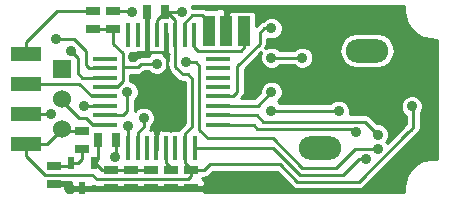
<source format=gbl>
G04 (created by PCBNEW (2013-07-07 BZR 4022)-stable) date 07/07/2014 23:54:26*
%MOIN*%
G04 Gerber Fmt 3.4, Leading zero omitted, Abs format*
%FSLAX34Y34*%
G01*
G70*
G90*
G04 APERTURE LIST*
%ADD10C,0.0019685*%
%ADD11R,0.0177X0.0787*%
%ADD12R,0.0787X0.0177*%
%ADD13R,0.0236X0.0394*%
%ADD14R,0.045X0.025*%
%ADD15R,0.06X0.06*%
%ADD16C,0.06*%
%ADD17R,0.0393701X0.102362*%
%ADD18R,0.1X0.05*%
%ADD19R,0.025X0.045*%
%ADD20O,0.141732X0.0787402*%
%ADD21C,0.035*%
%ADD22C,0.01*%
G04 APERTURE END LIST*
G54D10*
G54D11*
X79281Y-54363D03*
X78966Y-54363D03*
X78651Y-54363D03*
X78336Y-54363D03*
X78021Y-54363D03*
X77706Y-54363D03*
X77391Y-54363D03*
X77076Y-54363D03*
X77078Y-58129D03*
X79288Y-58129D03*
X78968Y-58129D03*
X78648Y-58129D03*
X78338Y-58129D03*
X78018Y-58129D03*
X77708Y-58129D03*
X77388Y-58129D03*
G54D12*
X76288Y-55147D03*
X76288Y-55461D03*
X76288Y-55777D03*
X76288Y-56091D03*
X76288Y-56407D03*
X76288Y-56721D03*
X76288Y-57037D03*
X76288Y-57351D03*
X80068Y-55149D03*
X80068Y-55459D03*
X80068Y-55779D03*
X80068Y-56089D03*
X80068Y-56399D03*
X80068Y-56719D03*
X80068Y-57039D03*
X80068Y-57359D03*
G54D13*
X75176Y-58639D03*
X75551Y-59471D03*
X75926Y-58639D03*
G54D14*
X76574Y-53558D03*
X76574Y-54158D03*
G54D15*
X74881Y-55496D03*
G54D16*
X74881Y-56496D03*
X74881Y-57496D03*
G54D17*
X79763Y-54212D03*
X80354Y-54212D03*
X80944Y-54212D03*
G54D18*
X73661Y-57996D03*
X73661Y-56996D03*
X73661Y-55996D03*
X73661Y-54996D03*
G54D14*
X75905Y-54158D03*
X75905Y-53558D03*
G54D19*
X77692Y-53582D03*
X78292Y-53582D03*
G54D14*
X76496Y-58873D03*
X76496Y-59473D03*
X79173Y-59473D03*
X79173Y-58873D03*
X77165Y-58873D03*
X77165Y-59473D03*
X77834Y-59473D03*
X77834Y-58873D03*
G54D19*
X76677Y-57874D03*
X76077Y-57874D03*
G54D14*
X78503Y-59473D03*
X78503Y-58873D03*
X74606Y-58715D03*
X74606Y-59315D03*
X75551Y-58174D03*
X75551Y-57574D03*
G54D20*
X85039Y-54881D03*
X83464Y-58110D03*
G54D21*
X86535Y-56732D03*
X77204Y-53582D03*
X78858Y-53582D03*
X76653Y-58425D03*
X84685Y-57598D03*
X85393Y-57677D03*
X79015Y-55275D03*
X78031Y-55314D03*
X85393Y-58149D03*
X75157Y-54881D03*
X85000Y-58503D03*
X75590Y-56732D03*
X74488Y-57007D03*
X77047Y-56259D03*
X74685Y-54488D03*
X77086Y-57401D03*
X77598Y-57125D03*
X81850Y-54133D03*
X81850Y-56259D03*
X84685Y-56141D03*
X86062Y-59212D03*
X86574Y-55354D03*
X85866Y-53818D03*
X82362Y-56496D03*
X82362Y-55629D03*
X82362Y-54566D03*
X81850Y-59212D03*
X82362Y-53661D03*
X80433Y-59212D03*
X75101Y-59471D03*
X77244Y-55078D03*
X81850Y-55118D03*
X82874Y-55118D03*
X84094Y-56889D03*
X81850Y-56889D03*
G54D22*
X78968Y-58129D02*
X78968Y-57645D01*
X78651Y-55157D02*
X78651Y-54363D01*
X78651Y-55423D02*
X78651Y-55157D01*
X78897Y-55669D02*
X78651Y-55423D01*
X79055Y-55669D02*
X78897Y-55669D01*
X79212Y-55826D02*
X79055Y-55669D01*
X79212Y-57401D02*
X79212Y-55826D01*
X78968Y-57645D02*
X79212Y-57401D01*
X82716Y-59251D02*
X84763Y-59251D01*
X82125Y-58661D02*
X82716Y-59251D01*
X79591Y-58873D02*
X79173Y-58873D01*
X79803Y-58661D02*
X81023Y-58661D01*
X79591Y-58873D02*
X79803Y-58661D01*
X81023Y-58661D02*
X82125Y-58661D01*
X86574Y-56771D02*
X86535Y-56732D01*
X86574Y-57440D02*
X86574Y-56771D01*
X86496Y-57519D02*
X86574Y-57440D01*
X86417Y-57598D02*
X86496Y-57519D01*
X84763Y-59251D02*
X86417Y-57598D01*
X76574Y-53558D02*
X77180Y-53558D01*
X77180Y-53558D02*
X77204Y-53582D01*
X78292Y-53582D02*
X78858Y-53582D01*
X73661Y-57996D02*
X74381Y-57996D01*
X74381Y-57996D02*
X74881Y-57496D01*
X75551Y-57574D02*
X74959Y-57574D01*
X74959Y-57574D02*
X74881Y-57496D01*
X76377Y-59173D02*
X79055Y-59173D01*
X73661Y-58385D02*
X74291Y-59015D01*
X74291Y-59015D02*
X75866Y-59015D01*
X75866Y-59015D02*
X76023Y-59173D01*
X76023Y-59173D02*
X76377Y-59173D01*
X73661Y-57996D02*
X73661Y-58385D01*
X79173Y-59055D02*
X79173Y-58873D01*
X79055Y-59173D02*
X79173Y-59055D01*
X73661Y-57996D02*
X73665Y-57996D01*
X78651Y-54363D02*
X78651Y-53848D01*
X78651Y-53848D02*
X78385Y-53582D01*
X78385Y-53582D02*
X78292Y-53582D01*
X78021Y-54363D02*
X78021Y-53852D01*
X78021Y-53852D02*
X78292Y-53582D01*
X79173Y-58873D02*
X79173Y-58818D01*
X79173Y-58818D02*
X78968Y-58614D01*
X78968Y-58614D02*
X78968Y-58129D01*
X76677Y-57874D02*
X76677Y-58400D01*
X76677Y-58400D02*
X76653Y-58425D01*
X73661Y-54996D02*
X73661Y-54606D01*
X74709Y-53558D02*
X75905Y-53558D01*
X73661Y-54606D02*
X74709Y-53558D01*
X84291Y-57480D02*
X84566Y-57480D01*
X80068Y-57359D02*
X81257Y-57359D01*
X81377Y-57480D02*
X84133Y-57480D01*
X81257Y-57359D02*
X81377Y-57480D01*
X84133Y-57480D02*
X84291Y-57480D01*
X84566Y-57480D02*
X84685Y-57598D01*
X84960Y-57244D02*
X85393Y-57677D01*
X80068Y-57039D02*
X81370Y-57039D01*
X81574Y-57244D02*
X84409Y-57244D01*
X81370Y-57039D02*
X81574Y-57244D01*
X84409Y-57244D02*
X84960Y-57244D01*
X76288Y-57351D02*
X75895Y-57351D01*
X75433Y-57125D02*
X74803Y-56496D01*
X75669Y-57125D02*
X75433Y-57125D01*
X75895Y-57351D02*
X75669Y-57125D01*
X81732Y-57795D02*
X81889Y-57795D01*
X78031Y-55314D02*
X77519Y-55314D01*
X79724Y-57795D02*
X80314Y-57795D01*
X79448Y-57519D02*
X79724Y-57795D01*
X79448Y-55393D02*
X79448Y-57519D01*
X79330Y-55275D02*
X79448Y-55393D01*
X79015Y-55275D02*
X79330Y-55275D01*
X76889Y-55433D02*
X77401Y-55433D01*
X77519Y-55314D02*
X77401Y-55433D01*
X80314Y-57795D02*
X81732Y-57795D01*
X84645Y-58149D02*
X85393Y-58149D01*
X84015Y-58779D02*
X84645Y-58149D01*
X82874Y-58779D02*
X84015Y-58779D01*
X81889Y-57795D02*
X82874Y-58779D01*
X75905Y-54158D02*
X76574Y-54158D01*
X76574Y-54158D02*
X76574Y-54527D01*
X76574Y-54527D02*
X76574Y-54645D01*
X76574Y-54645D02*
X76889Y-54960D01*
X76889Y-54960D02*
X76889Y-55433D01*
X76703Y-56091D02*
X76288Y-56091D01*
X76889Y-55905D02*
X76703Y-56091D01*
X76889Y-55433D02*
X76889Y-55905D01*
X76288Y-55777D02*
X75541Y-55777D01*
X75393Y-55118D02*
X75157Y-54881D01*
X75393Y-55629D02*
X75393Y-55118D01*
X75541Y-55777D02*
X75393Y-55629D01*
X84763Y-58503D02*
X85000Y-58503D01*
X84251Y-59015D02*
X84763Y-58503D01*
X81909Y-58129D02*
X82795Y-59015D01*
X81909Y-58129D02*
X81653Y-58129D01*
X82795Y-59015D02*
X84251Y-59015D01*
X81436Y-58129D02*
X81653Y-58129D01*
X79288Y-58129D02*
X81436Y-58129D01*
X81653Y-58129D02*
X81673Y-58129D01*
X76288Y-56407D02*
X75856Y-56407D01*
X75444Y-55996D02*
X73661Y-55996D01*
X75856Y-56407D02*
X75444Y-55996D01*
X73661Y-56996D02*
X74476Y-56996D01*
X75600Y-56721D02*
X76288Y-56721D01*
X75590Y-56732D02*
X75600Y-56721D01*
X74476Y-56996D02*
X74488Y-57007D01*
X73228Y-56996D02*
X74003Y-56996D01*
X74003Y-56996D02*
X74015Y-57007D01*
X76899Y-57037D02*
X76288Y-57037D01*
X77047Y-56889D02*
X76899Y-57037D01*
X77047Y-56259D02*
X77047Y-56889D01*
X74685Y-54488D02*
X75275Y-54488D01*
X75275Y-54488D02*
X75669Y-54881D01*
X75669Y-54881D02*
X75669Y-55354D01*
X75669Y-55354D02*
X75776Y-55461D01*
X76288Y-55461D02*
X75776Y-55461D01*
X77078Y-57409D02*
X77078Y-58129D01*
X77086Y-57401D02*
X77078Y-57409D01*
X77598Y-57125D02*
X77598Y-57401D01*
X77388Y-57611D02*
X77388Y-58129D01*
X77598Y-57401D02*
X77388Y-57611D01*
X80068Y-56399D02*
X80568Y-56399D01*
X81614Y-54133D02*
X81850Y-54133D01*
X81456Y-54291D02*
X81614Y-54133D01*
X81456Y-54645D02*
X81456Y-54291D01*
X80708Y-55393D02*
X81456Y-54645D01*
X80708Y-56259D02*
X80708Y-55393D01*
X80568Y-56399D02*
X80708Y-56259D01*
X81390Y-56719D02*
X80068Y-56719D01*
X81850Y-56259D02*
X81390Y-56719D01*
X86574Y-55511D02*
X85944Y-56141D01*
X84685Y-56141D02*
X85944Y-56141D01*
X86574Y-55511D02*
X86574Y-55354D01*
X86574Y-55354D02*
X87007Y-55787D01*
X84842Y-53661D02*
X85708Y-53661D01*
X82362Y-53661D02*
X84842Y-53661D01*
X85708Y-53661D02*
X85866Y-53818D01*
X86062Y-58858D02*
X86062Y-59212D01*
X87047Y-57874D02*
X86062Y-58858D01*
X87047Y-55826D02*
X87047Y-57874D01*
X87007Y-55787D02*
X87047Y-55826D01*
X82362Y-56574D02*
X82362Y-56496D01*
X82086Y-53543D02*
X82244Y-53543D01*
X80354Y-53700D02*
X80511Y-53543D01*
X80511Y-53543D02*
X82086Y-53543D01*
X80354Y-54212D02*
X80354Y-53700D01*
X82244Y-53543D02*
X82362Y-53661D01*
X79173Y-59473D02*
X79542Y-59473D01*
X79803Y-59212D02*
X80433Y-59212D01*
X79542Y-59473D02*
X79803Y-59212D01*
X75118Y-59471D02*
X75101Y-59471D01*
X74606Y-59315D02*
X74945Y-59315D01*
X75118Y-59471D02*
X75551Y-59471D01*
X74945Y-59315D02*
X75101Y-59471D01*
X75551Y-59471D02*
X75553Y-59473D01*
X75553Y-59473D02*
X76496Y-59473D01*
X77706Y-54363D02*
X77706Y-53597D01*
X77706Y-53597D02*
X77692Y-53582D01*
X76496Y-59473D02*
X77165Y-59473D01*
X77165Y-59473D02*
X77834Y-59473D01*
X77765Y-54911D02*
X77411Y-54911D01*
X77411Y-54911D02*
X77244Y-55078D01*
X78336Y-54911D02*
X77765Y-54911D01*
X77716Y-54373D02*
X77706Y-54363D01*
X77716Y-54862D02*
X77716Y-54373D01*
X77765Y-54911D02*
X77716Y-54862D01*
X78018Y-58129D02*
X78018Y-57492D01*
X78336Y-54911D02*
X78336Y-54363D01*
X78385Y-54960D02*
X78336Y-54911D01*
X78385Y-57125D02*
X78385Y-54960D01*
X78018Y-57492D02*
X78385Y-57125D01*
X78503Y-59473D02*
X79173Y-59473D01*
X77834Y-59473D02*
X78503Y-59473D01*
X79763Y-54212D02*
X79763Y-53937D01*
X78966Y-53946D02*
X78966Y-54363D01*
X79212Y-53700D02*
X78966Y-53946D01*
X79527Y-53700D02*
X79212Y-53700D01*
X79763Y-53937D02*
X79527Y-53700D01*
X76077Y-57874D02*
X76077Y-58487D01*
X76077Y-58487D02*
X75926Y-58639D01*
X75926Y-58639D02*
X75961Y-58639D01*
X76196Y-58873D02*
X76496Y-58873D01*
X75961Y-58639D02*
X76196Y-58873D01*
X77165Y-58873D02*
X76496Y-58873D01*
X77834Y-58873D02*
X77165Y-58873D01*
X75176Y-58639D02*
X75416Y-58639D01*
X75551Y-58503D02*
X75551Y-58174D01*
X75416Y-58639D02*
X75551Y-58503D01*
X74606Y-58715D02*
X75099Y-58715D01*
X75099Y-58715D02*
X75176Y-58639D01*
X78503Y-58873D02*
X78503Y-58779D01*
X78338Y-58614D02*
X78338Y-58129D01*
X78503Y-58779D02*
X78338Y-58614D01*
X80944Y-54212D02*
X80944Y-54763D01*
X79281Y-54754D02*
X79281Y-54363D01*
X79409Y-54881D02*
X79281Y-54754D01*
X80826Y-54881D02*
X79409Y-54881D01*
X80944Y-54763D02*
X80826Y-54881D01*
X82874Y-55118D02*
X81850Y-55118D01*
X81850Y-56889D02*
X84094Y-56889D01*
G54D10*
G36*
X77813Y-55007D02*
X77808Y-55007D01*
X77751Y-55064D01*
X77519Y-55064D01*
X77424Y-55083D01*
X77342Y-55138D01*
X77298Y-55183D01*
X77139Y-55183D01*
X77139Y-54960D01*
X77139Y-54960D01*
X77139Y-54960D01*
X77139Y-54957D01*
X77205Y-54957D01*
X77234Y-54945D01*
X77263Y-54957D01*
X77343Y-54957D01*
X77464Y-54957D01*
X77476Y-54969D01*
X77568Y-55007D01*
X77600Y-55007D01*
X77662Y-54944D01*
X77662Y-54839D01*
X77680Y-54797D01*
X77680Y-54717D01*
X77680Y-53930D01*
X77662Y-53887D01*
X77662Y-53782D01*
X77642Y-53762D01*
X77642Y-53720D01*
X77600Y-53720D01*
X77600Y-53720D01*
X77642Y-53720D01*
X77642Y-53632D01*
X77634Y-53632D01*
X77634Y-53532D01*
X77642Y-53532D01*
X77642Y-53524D01*
X77742Y-53524D01*
X77742Y-53532D01*
X77750Y-53532D01*
X77750Y-53632D01*
X77742Y-53632D01*
X77742Y-53909D01*
X77733Y-53930D01*
X77733Y-54009D01*
X77733Y-54796D01*
X77751Y-54839D01*
X77751Y-54944D01*
X77811Y-55004D01*
X77808Y-55007D01*
X77813Y-55007D01*
X77813Y-55007D01*
X77813Y-55007D01*
G37*
G54D22*
X77813Y-55007D02*
X77808Y-55007D01*
X77751Y-55064D01*
X77519Y-55064D01*
X77424Y-55083D01*
X77342Y-55138D01*
X77298Y-55183D01*
X77139Y-55183D01*
X77139Y-54960D01*
X77139Y-54960D01*
X77139Y-54960D01*
X77139Y-54957D01*
X77205Y-54957D01*
X77234Y-54945D01*
X77263Y-54957D01*
X77343Y-54957D01*
X77464Y-54957D01*
X77476Y-54969D01*
X77568Y-55007D01*
X77600Y-55007D01*
X77662Y-54944D01*
X77662Y-54839D01*
X77680Y-54797D01*
X77680Y-54717D01*
X77680Y-53930D01*
X77662Y-53887D01*
X77662Y-53782D01*
X77642Y-53762D01*
X77642Y-53720D01*
X77600Y-53720D01*
X77600Y-53720D01*
X77642Y-53720D01*
X77642Y-53632D01*
X77634Y-53632D01*
X77634Y-53532D01*
X77642Y-53532D01*
X77642Y-53524D01*
X77742Y-53524D01*
X77742Y-53532D01*
X77750Y-53532D01*
X77750Y-53632D01*
X77742Y-53632D01*
X77742Y-53909D01*
X77733Y-53930D01*
X77733Y-54009D01*
X77733Y-54796D01*
X77751Y-54839D01*
X77751Y-54944D01*
X77811Y-55004D01*
X77808Y-55007D01*
X77813Y-55007D01*
X77813Y-55007D01*
G54D10*
G36*
X78443Y-55007D02*
X78401Y-55007D01*
X78401Y-55157D01*
X78401Y-55229D01*
X78349Y-55102D01*
X78254Y-55007D01*
X78230Y-55007D01*
X78230Y-55007D01*
X78254Y-55007D01*
X78244Y-54997D01*
X78241Y-54996D01*
X78292Y-54944D01*
X78292Y-54839D01*
X78310Y-54797D01*
X78310Y-54717D01*
X78310Y-54305D01*
X78363Y-54305D01*
X78363Y-54796D01*
X78381Y-54839D01*
X78381Y-54944D01*
X78401Y-54965D01*
X78401Y-55007D01*
X78443Y-55007D01*
X78443Y-55007D01*
X78443Y-55007D01*
G37*
G54D22*
X78443Y-55007D02*
X78401Y-55007D01*
X78401Y-55157D01*
X78401Y-55229D01*
X78349Y-55102D01*
X78254Y-55007D01*
X78230Y-55007D01*
X78230Y-55007D01*
X78254Y-55007D01*
X78244Y-54997D01*
X78241Y-54996D01*
X78292Y-54944D01*
X78292Y-54839D01*
X78310Y-54797D01*
X78310Y-54717D01*
X78310Y-54305D01*
X78363Y-54305D01*
X78363Y-54796D01*
X78381Y-54839D01*
X78381Y-54944D01*
X78401Y-54965D01*
X78401Y-55007D01*
X78443Y-55007D01*
X78443Y-55007D01*
G54D10*
G36*
X78962Y-57298D02*
X78792Y-57468D01*
X78746Y-57536D01*
X78697Y-57536D01*
X78520Y-57536D01*
X78494Y-57547D01*
X78467Y-57536D01*
X78387Y-57536D01*
X78261Y-57536D01*
X78249Y-57524D01*
X78157Y-57486D01*
X78125Y-57486D01*
X78063Y-57548D01*
X78063Y-57665D01*
X78050Y-57696D01*
X78050Y-57775D01*
X78050Y-58187D01*
X77997Y-58187D01*
X77997Y-57696D01*
X77974Y-57641D01*
X77974Y-57548D01*
X77912Y-57486D01*
X77880Y-57486D01*
X77819Y-57511D01*
X77829Y-57497D01*
X77829Y-57497D01*
X77847Y-57407D01*
X77916Y-57338D01*
X77973Y-57200D01*
X77973Y-57051D01*
X77916Y-56913D01*
X77811Y-56808D01*
X77673Y-56751D01*
X77524Y-56750D01*
X77386Y-56807D01*
X77295Y-56898D01*
X77297Y-56889D01*
X77297Y-56540D01*
X77364Y-56472D01*
X77422Y-56334D01*
X77422Y-56185D01*
X77365Y-56047D01*
X77259Y-55942D01*
X77139Y-55892D01*
X77139Y-55683D01*
X77401Y-55683D01*
X77497Y-55664D01*
X77578Y-55609D01*
X77623Y-55564D01*
X77751Y-55564D01*
X77818Y-55632D01*
X77956Y-55689D01*
X78105Y-55690D01*
X78243Y-55633D01*
X78349Y-55527D01*
X78401Y-55400D01*
X78401Y-55423D01*
X78421Y-55519D01*
X78475Y-55600D01*
X78720Y-55846D01*
X78720Y-55846D01*
X78801Y-55900D01*
X78801Y-55900D01*
X78878Y-55915D01*
X78897Y-55919D01*
X78897Y-55919D01*
X78897Y-55919D01*
X78951Y-55919D01*
X78962Y-55930D01*
X78962Y-57298D01*
X78962Y-57298D01*
G37*
G54D22*
X78962Y-57298D02*
X78792Y-57468D01*
X78746Y-57536D01*
X78697Y-57536D01*
X78520Y-57536D01*
X78494Y-57547D01*
X78467Y-57536D01*
X78387Y-57536D01*
X78261Y-57536D01*
X78249Y-57524D01*
X78157Y-57486D01*
X78125Y-57486D01*
X78063Y-57548D01*
X78063Y-57665D01*
X78050Y-57696D01*
X78050Y-57775D01*
X78050Y-58187D01*
X77997Y-58187D01*
X77997Y-57696D01*
X77974Y-57641D01*
X77974Y-57548D01*
X77912Y-57486D01*
X77880Y-57486D01*
X77819Y-57511D01*
X77829Y-57497D01*
X77829Y-57497D01*
X77847Y-57407D01*
X77916Y-57338D01*
X77973Y-57200D01*
X77973Y-57051D01*
X77916Y-56913D01*
X77811Y-56808D01*
X77673Y-56751D01*
X77524Y-56750D01*
X77386Y-56807D01*
X77295Y-56898D01*
X77297Y-56889D01*
X77297Y-56540D01*
X77364Y-56472D01*
X77422Y-56334D01*
X77422Y-56185D01*
X77365Y-56047D01*
X77259Y-55942D01*
X77139Y-55892D01*
X77139Y-55683D01*
X77401Y-55683D01*
X77497Y-55664D01*
X77578Y-55609D01*
X77623Y-55564D01*
X77751Y-55564D01*
X77818Y-55632D01*
X77956Y-55689D01*
X78105Y-55690D01*
X78243Y-55633D01*
X78349Y-55527D01*
X78401Y-55400D01*
X78401Y-55423D01*
X78421Y-55519D01*
X78475Y-55600D01*
X78720Y-55846D01*
X78720Y-55846D01*
X78801Y-55900D01*
X78801Y-55900D01*
X78878Y-55915D01*
X78897Y-55919D01*
X78897Y-55919D01*
X78897Y-55919D01*
X78951Y-55919D01*
X78962Y-55930D01*
X78962Y-57298D01*
G54D10*
G36*
X87378Y-58481D02*
X87244Y-58481D01*
X87224Y-58485D01*
X87200Y-58485D01*
X86915Y-58542D01*
X86914Y-58542D01*
X86835Y-58574D01*
X86592Y-58737D01*
X86532Y-58797D01*
X86531Y-58799D01*
X86370Y-59040D01*
X86337Y-59119D01*
X86337Y-59120D01*
X86280Y-59405D01*
X86280Y-59427D01*
X86276Y-59448D01*
X86276Y-59583D01*
X79645Y-59583D01*
X79585Y-59523D01*
X79223Y-59523D01*
X79223Y-59531D01*
X79123Y-59531D01*
X79123Y-59523D01*
X78916Y-59523D01*
X78760Y-59523D01*
X78553Y-59523D01*
X78553Y-59531D01*
X78453Y-59531D01*
X78453Y-59523D01*
X78247Y-59523D01*
X78091Y-59523D01*
X77884Y-59523D01*
X77884Y-59531D01*
X77784Y-59531D01*
X77784Y-59523D01*
X77577Y-59523D01*
X77422Y-59523D01*
X77215Y-59523D01*
X77215Y-59531D01*
X77115Y-59531D01*
X77115Y-59523D01*
X76908Y-59523D01*
X76752Y-59523D01*
X76546Y-59523D01*
X76546Y-59531D01*
X76446Y-59531D01*
X76446Y-59523D01*
X76191Y-59523D01*
X76191Y-59516D01*
X75737Y-59516D01*
X75737Y-59521D01*
X75601Y-59521D01*
X75601Y-59528D01*
X75501Y-59528D01*
X75501Y-59521D01*
X75245Y-59521D01*
X75183Y-59583D01*
X75042Y-59583D01*
X75043Y-59582D01*
X75081Y-59490D01*
X75081Y-59428D01*
X75018Y-59365D01*
X74656Y-59365D01*
X74656Y-59373D01*
X74556Y-59373D01*
X74556Y-59365D01*
X74548Y-59365D01*
X74548Y-59265D01*
X74556Y-59265D01*
X74656Y-59265D01*
X75018Y-59265D01*
X75183Y-59265D01*
X75183Y-59323D01*
X75183Y-59358D01*
X75245Y-59421D01*
X75501Y-59421D01*
X75501Y-59413D01*
X75601Y-59413D01*
X75601Y-59421D01*
X75856Y-59421D01*
X75895Y-59382D01*
X75927Y-59404D01*
X75927Y-59404D01*
X76023Y-59423D01*
X76083Y-59423D01*
X76377Y-59423D01*
X76446Y-59423D01*
X76546Y-59423D01*
X76752Y-59423D01*
X76908Y-59423D01*
X77115Y-59423D01*
X77215Y-59423D01*
X77422Y-59423D01*
X77577Y-59423D01*
X77784Y-59423D01*
X77884Y-59423D01*
X78091Y-59423D01*
X78247Y-59423D01*
X78453Y-59423D01*
X78553Y-59423D01*
X78760Y-59423D01*
X78916Y-59423D01*
X79055Y-59423D01*
X79123Y-59423D01*
X79123Y-59415D01*
X79223Y-59415D01*
X79223Y-59423D01*
X79585Y-59423D01*
X79648Y-59360D01*
X79648Y-59298D01*
X79610Y-59206D01*
X79541Y-59137D01*
X79556Y-59123D01*
X79591Y-59123D01*
X79687Y-59104D01*
X79768Y-59050D01*
X79906Y-58911D01*
X81023Y-58911D01*
X82022Y-58911D01*
X82539Y-59428D01*
X82620Y-59482D01*
X82620Y-59482D01*
X82716Y-59501D01*
X84763Y-59501D01*
X84859Y-59482D01*
X84940Y-59428D01*
X86594Y-57775D01*
X86594Y-57775D01*
X86594Y-57775D01*
X86672Y-57696D01*
X86672Y-57696D01*
X86672Y-57696D01*
X86751Y-57617D01*
X86751Y-57617D01*
X86751Y-57617D01*
X86805Y-57536D01*
X86805Y-57536D01*
X86821Y-57459D01*
X86824Y-57440D01*
X86824Y-57440D01*
X86824Y-57440D01*
X86824Y-56973D01*
X86853Y-56944D01*
X86910Y-56807D01*
X86910Y-56658D01*
X86853Y-56520D01*
X86748Y-56414D01*
X86610Y-56357D01*
X86461Y-56357D01*
X86323Y-56414D01*
X86217Y-56519D01*
X86160Y-56657D01*
X86160Y-56806D01*
X86217Y-56944D01*
X86322Y-57050D01*
X86324Y-57050D01*
X86324Y-57337D01*
X86319Y-57342D01*
X86319Y-57342D01*
X86240Y-57421D01*
X86240Y-57421D01*
X85965Y-57696D01*
X85965Y-54881D01*
X85920Y-54654D01*
X85791Y-54462D01*
X85599Y-54333D01*
X85372Y-54288D01*
X84706Y-54288D01*
X84479Y-54333D01*
X84286Y-54462D01*
X84158Y-54654D01*
X84112Y-54881D01*
X84158Y-55109D01*
X84286Y-55301D01*
X84479Y-55430D01*
X84706Y-55475D01*
X85372Y-55475D01*
X85599Y-55430D01*
X85791Y-55301D01*
X85920Y-55109D01*
X85965Y-54881D01*
X85965Y-57696D01*
X85715Y-57946D01*
X85711Y-57937D01*
X85687Y-57913D01*
X85711Y-57889D01*
X85768Y-57752D01*
X85768Y-57602D01*
X85711Y-57465D01*
X85606Y-57359D01*
X85468Y-57302D01*
X85372Y-57302D01*
X85137Y-57067D01*
X85056Y-57013D01*
X84960Y-56994D01*
X84457Y-56994D01*
X84469Y-56964D01*
X84469Y-56815D01*
X84412Y-56677D01*
X84307Y-56572D01*
X84169Y-56514D01*
X84020Y-56514D01*
X83882Y-56571D01*
X83814Y-56639D01*
X82130Y-56639D01*
X82065Y-56574D01*
X82168Y-56472D01*
X82225Y-56334D01*
X82225Y-56185D01*
X82168Y-56047D01*
X82063Y-55942D01*
X81925Y-55884D01*
X81776Y-55884D01*
X81638Y-55941D01*
X81532Y-56047D01*
X81475Y-56184D01*
X81475Y-56281D01*
X81286Y-56469D01*
X80852Y-56469D01*
X80885Y-56436D01*
X80939Y-56355D01*
X80939Y-56355D01*
X80958Y-56259D01*
X80958Y-55497D01*
X81520Y-54935D01*
X81475Y-55043D01*
X81475Y-55192D01*
X81532Y-55330D01*
X81637Y-55435D01*
X81775Y-55493D01*
X81924Y-55493D01*
X82062Y-55436D01*
X82130Y-55368D01*
X82593Y-55368D01*
X82661Y-55435D01*
X82799Y-55493D01*
X82948Y-55493D01*
X83086Y-55436D01*
X83191Y-55330D01*
X83248Y-55193D01*
X83249Y-55043D01*
X83192Y-54905D01*
X83086Y-54800D01*
X82948Y-54743D01*
X82799Y-54743D01*
X82661Y-54800D01*
X82593Y-54868D01*
X82130Y-54868D01*
X82063Y-54800D01*
X81925Y-54743D01*
X81776Y-54743D01*
X81652Y-54794D01*
X81687Y-54741D01*
X81687Y-54741D01*
X81702Y-54664D01*
X81706Y-54645D01*
X81706Y-54645D01*
X81706Y-54645D01*
X81706Y-54480D01*
X81775Y-54508D01*
X81924Y-54508D01*
X82062Y-54451D01*
X82168Y-54346D01*
X82225Y-54208D01*
X82225Y-54059D01*
X82168Y-53921D01*
X82063Y-53816D01*
X81925Y-53758D01*
X81776Y-53758D01*
X81638Y-53815D01*
X81559Y-53894D01*
X81559Y-53894D01*
X81518Y-53902D01*
X81437Y-53957D01*
X81341Y-54052D01*
X81341Y-53661D01*
X81311Y-53587D01*
X81255Y-53531D01*
X81181Y-53500D01*
X81102Y-53500D01*
X80708Y-53500D01*
X80705Y-53501D01*
X80692Y-53488D01*
X80600Y-53450D01*
X80466Y-53450D01*
X80404Y-53513D01*
X80404Y-54162D01*
X80412Y-54162D01*
X80412Y-54262D01*
X80404Y-54262D01*
X80404Y-54270D01*
X80304Y-54270D01*
X80304Y-54262D01*
X80296Y-54262D01*
X80296Y-54162D01*
X80304Y-54162D01*
X80304Y-53513D01*
X80241Y-53450D01*
X80107Y-53450D01*
X80016Y-53488D01*
X80002Y-53501D01*
X80000Y-53500D01*
X79921Y-53500D01*
X79669Y-53500D01*
X79623Y-53469D01*
X79527Y-53450D01*
X79212Y-53450D01*
X79209Y-53451D01*
X79192Y-53408D01*
X86276Y-53408D01*
X86276Y-53543D01*
X86280Y-53564D01*
X86280Y-53586D01*
X86337Y-53871D01*
X86337Y-53872D01*
X86370Y-53951D01*
X86531Y-54192D01*
X86532Y-54194D01*
X86592Y-54254D01*
X86835Y-54417D01*
X86914Y-54450D01*
X86915Y-54450D01*
X87200Y-54507D01*
X87224Y-54507D01*
X87244Y-54511D01*
X87378Y-54511D01*
X87378Y-58481D01*
X87378Y-58481D01*
G37*
G54D22*
X87378Y-58481D02*
X87244Y-58481D01*
X87224Y-58485D01*
X87200Y-58485D01*
X86915Y-58542D01*
X86914Y-58542D01*
X86835Y-58574D01*
X86592Y-58737D01*
X86532Y-58797D01*
X86531Y-58799D01*
X86370Y-59040D01*
X86337Y-59119D01*
X86337Y-59120D01*
X86280Y-59405D01*
X86280Y-59427D01*
X86276Y-59448D01*
X86276Y-59583D01*
X79645Y-59583D01*
X79585Y-59523D01*
X79223Y-59523D01*
X79223Y-59531D01*
X79123Y-59531D01*
X79123Y-59523D01*
X78916Y-59523D01*
X78760Y-59523D01*
X78553Y-59523D01*
X78553Y-59531D01*
X78453Y-59531D01*
X78453Y-59523D01*
X78247Y-59523D01*
X78091Y-59523D01*
X77884Y-59523D01*
X77884Y-59531D01*
X77784Y-59531D01*
X77784Y-59523D01*
X77577Y-59523D01*
X77422Y-59523D01*
X77215Y-59523D01*
X77215Y-59531D01*
X77115Y-59531D01*
X77115Y-59523D01*
X76908Y-59523D01*
X76752Y-59523D01*
X76546Y-59523D01*
X76546Y-59531D01*
X76446Y-59531D01*
X76446Y-59523D01*
X76191Y-59523D01*
X76191Y-59516D01*
X75737Y-59516D01*
X75737Y-59521D01*
X75601Y-59521D01*
X75601Y-59528D01*
X75501Y-59528D01*
X75501Y-59521D01*
X75245Y-59521D01*
X75183Y-59583D01*
X75042Y-59583D01*
X75043Y-59582D01*
X75081Y-59490D01*
X75081Y-59428D01*
X75018Y-59365D01*
X74656Y-59365D01*
X74656Y-59373D01*
X74556Y-59373D01*
X74556Y-59365D01*
X74548Y-59365D01*
X74548Y-59265D01*
X74556Y-59265D01*
X74656Y-59265D01*
X75018Y-59265D01*
X75183Y-59265D01*
X75183Y-59323D01*
X75183Y-59358D01*
X75245Y-59421D01*
X75501Y-59421D01*
X75501Y-59413D01*
X75601Y-59413D01*
X75601Y-59421D01*
X75856Y-59421D01*
X75895Y-59382D01*
X75927Y-59404D01*
X75927Y-59404D01*
X76023Y-59423D01*
X76083Y-59423D01*
X76377Y-59423D01*
X76446Y-59423D01*
X76546Y-59423D01*
X76752Y-59423D01*
X76908Y-59423D01*
X77115Y-59423D01*
X77215Y-59423D01*
X77422Y-59423D01*
X77577Y-59423D01*
X77784Y-59423D01*
X77884Y-59423D01*
X78091Y-59423D01*
X78247Y-59423D01*
X78453Y-59423D01*
X78553Y-59423D01*
X78760Y-59423D01*
X78916Y-59423D01*
X79055Y-59423D01*
X79123Y-59423D01*
X79123Y-59415D01*
X79223Y-59415D01*
X79223Y-59423D01*
X79585Y-59423D01*
X79648Y-59360D01*
X79648Y-59298D01*
X79610Y-59206D01*
X79541Y-59137D01*
X79556Y-59123D01*
X79591Y-59123D01*
X79687Y-59104D01*
X79768Y-59050D01*
X79906Y-58911D01*
X81023Y-58911D01*
X82022Y-58911D01*
X82539Y-59428D01*
X82620Y-59482D01*
X82620Y-59482D01*
X82716Y-59501D01*
X84763Y-59501D01*
X84859Y-59482D01*
X84940Y-59428D01*
X86594Y-57775D01*
X86594Y-57775D01*
X86594Y-57775D01*
X86672Y-57696D01*
X86672Y-57696D01*
X86672Y-57696D01*
X86751Y-57617D01*
X86751Y-57617D01*
X86751Y-57617D01*
X86805Y-57536D01*
X86805Y-57536D01*
X86821Y-57459D01*
X86824Y-57440D01*
X86824Y-57440D01*
X86824Y-57440D01*
X86824Y-56973D01*
X86853Y-56944D01*
X86910Y-56807D01*
X86910Y-56658D01*
X86853Y-56520D01*
X86748Y-56414D01*
X86610Y-56357D01*
X86461Y-56357D01*
X86323Y-56414D01*
X86217Y-56519D01*
X86160Y-56657D01*
X86160Y-56806D01*
X86217Y-56944D01*
X86322Y-57050D01*
X86324Y-57050D01*
X86324Y-57337D01*
X86319Y-57342D01*
X86319Y-57342D01*
X86240Y-57421D01*
X86240Y-57421D01*
X85965Y-57696D01*
X85965Y-54881D01*
X85920Y-54654D01*
X85791Y-54462D01*
X85599Y-54333D01*
X85372Y-54288D01*
X84706Y-54288D01*
X84479Y-54333D01*
X84286Y-54462D01*
X84158Y-54654D01*
X84112Y-54881D01*
X84158Y-55109D01*
X84286Y-55301D01*
X84479Y-55430D01*
X84706Y-55475D01*
X85372Y-55475D01*
X85599Y-55430D01*
X85791Y-55301D01*
X85920Y-55109D01*
X85965Y-54881D01*
X85965Y-57696D01*
X85715Y-57946D01*
X85711Y-57937D01*
X85687Y-57913D01*
X85711Y-57889D01*
X85768Y-57752D01*
X85768Y-57602D01*
X85711Y-57465D01*
X85606Y-57359D01*
X85468Y-57302D01*
X85372Y-57302D01*
X85137Y-57067D01*
X85056Y-57013D01*
X84960Y-56994D01*
X84457Y-56994D01*
X84469Y-56964D01*
X84469Y-56815D01*
X84412Y-56677D01*
X84307Y-56572D01*
X84169Y-56514D01*
X84020Y-56514D01*
X83882Y-56571D01*
X83814Y-56639D01*
X82130Y-56639D01*
X82065Y-56574D01*
X82168Y-56472D01*
X82225Y-56334D01*
X82225Y-56185D01*
X82168Y-56047D01*
X82063Y-55942D01*
X81925Y-55884D01*
X81776Y-55884D01*
X81638Y-55941D01*
X81532Y-56047D01*
X81475Y-56184D01*
X81475Y-56281D01*
X81286Y-56469D01*
X80852Y-56469D01*
X80885Y-56436D01*
X80939Y-56355D01*
X80939Y-56355D01*
X80958Y-56259D01*
X80958Y-55497D01*
X81520Y-54935D01*
X81475Y-55043D01*
X81475Y-55192D01*
X81532Y-55330D01*
X81637Y-55435D01*
X81775Y-55493D01*
X81924Y-55493D01*
X82062Y-55436D01*
X82130Y-55368D01*
X82593Y-55368D01*
X82661Y-55435D01*
X82799Y-55493D01*
X82948Y-55493D01*
X83086Y-55436D01*
X83191Y-55330D01*
X83248Y-55193D01*
X83249Y-55043D01*
X83192Y-54905D01*
X83086Y-54800D01*
X82948Y-54743D01*
X82799Y-54743D01*
X82661Y-54800D01*
X82593Y-54868D01*
X82130Y-54868D01*
X82063Y-54800D01*
X81925Y-54743D01*
X81776Y-54743D01*
X81652Y-54794D01*
X81687Y-54741D01*
X81687Y-54741D01*
X81702Y-54664D01*
X81706Y-54645D01*
X81706Y-54645D01*
X81706Y-54645D01*
X81706Y-54480D01*
X81775Y-54508D01*
X81924Y-54508D01*
X82062Y-54451D01*
X82168Y-54346D01*
X82225Y-54208D01*
X82225Y-54059D01*
X82168Y-53921D01*
X82063Y-53816D01*
X81925Y-53758D01*
X81776Y-53758D01*
X81638Y-53815D01*
X81559Y-53894D01*
X81559Y-53894D01*
X81518Y-53902D01*
X81437Y-53957D01*
X81341Y-54052D01*
X81341Y-53661D01*
X81311Y-53587D01*
X81255Y-53531D01*
X81181Y-53500D01*
X81102Y-53500D01*
X80708Y-53500D01*
X80705Y-53501D01*
X80692Y-53488D01*
X80600Y-53450D01*
X80466Y-53450D01*
X80404Y-53513D01*
X80404Y-54162D01*
X80412Y-54162D01*
X80412Y-54262D01*
X80404Y-54262D01*
X80404Y-54270D01*
X80304Y-54270D01*
X80304Y-54262D01*
X80296Y-54262D01*
X80296Y-54162D01*
X80304Y-54162D01*
X80304Y-53513D01*
X80241Y-53450D01*
X80107Y-53450D01*
X80016Y-53488D01*
X80002Y-53501D01*
X80000Y-53500D01*
X79921Y-53500D01*
X79669Y-53500D01*
X79623Y-53469D01*
X79527Y-53450D01*
X79212Y-53450D01*
X79209Y-53451D01*
X79192Y-53408D01*
X86276Y-53408D01*
X86276Y-53543D01*
X86280Y-53564D01*
X86280Y-53586D01*
X86337Y-53871D01*
X86337Y-53872D01*
X86370Y-53951D01*
X86531Y-54192D01*
X86532Y-54194D01*
X86592Y-54254D01*
X86835Y-54417D01*
X86914Y-54450D01*
X86915Y-54450D01*
X87200Y-54507D01*
X87224Y-54507D01*
X87244Y-54511D01*
X87378Y-54511D01*
X87378Y-58481D01*
M02*

</source>
